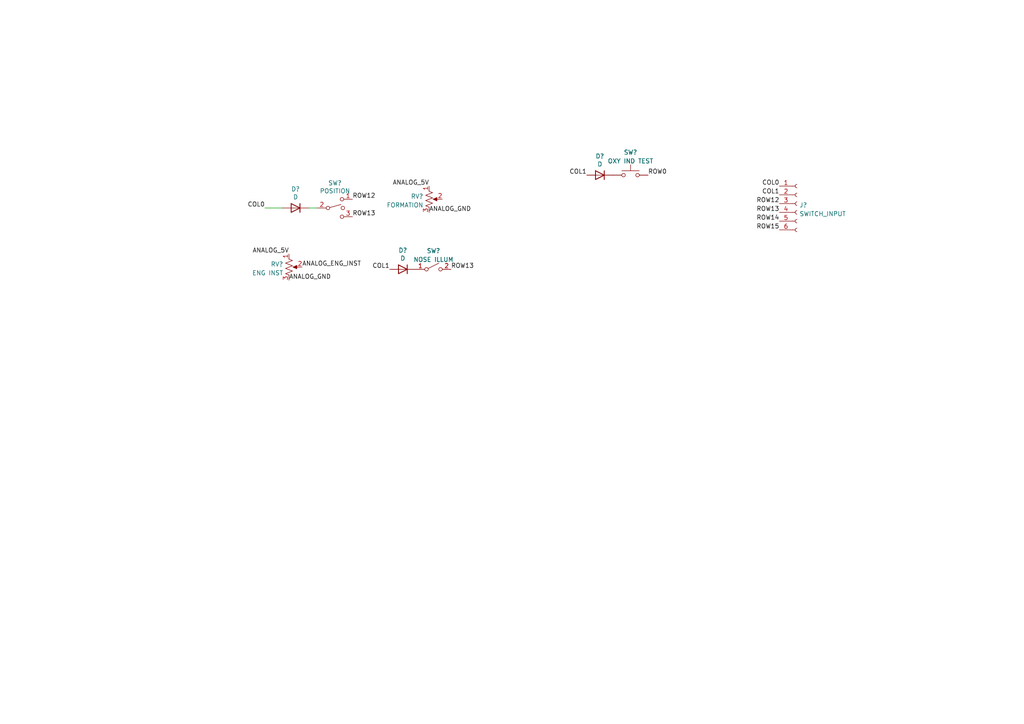
<source format=kicad_sch>
(kicad_sch (version 20211123) (generator eeschema)
  (paper "A4")
  (lib_symbols
    (symbol "Connector:Conn_01x06_Female" (pin_names (offset 1.016) hide)
      (property "Reference" "J" (at 0 7.62 0))
      (property "Value" "Conn_01x06_Female" (at 0 -10.16 0))
      (symbol "Conn_01x06_Female_1_1"
        (arc (start 0 -7.112) (mid -0.508 -7.62) (end 0 -8.128) (stroke (width 0.1524)))
        (arc (start 0 -4.572) (mid -0.508 -5.08) (end 0 -5.588) (stroke (width 0.1524)))
        (arc (start 0 -2.032) (mid -0.508 -2.54) (end 0 -3.048) (stroke (width 0.1524)))
        (polyline (pts (xy -1.27 -7.62) (xy -0.508 -7.62)) (stroke (width 0.1524)))
        (polyline (pts (xy -1.27 -5.08) (xy -0.508 -5.08)) (stroke (width 0.1524)))
        (polyline (pts (xy -1.27 -2.54) (xy -0.508 -2.54)) (stroke (width 0.1524)))
        (polyline (pts (xy -1.27 0) (xy -0.508 0)) (stroke (width 0.1524)))
        (polyline (pts (xy -1.27 2.54) (xy -0.508 2.54)) (stroke (width 0.1524)))
        (polyline (pts (xy -1.27 5.08) (xy -0.508 5.08)) (stroke (width 0.1524)))
        (arc (start 0 0.508) (mid -0.508 0) (end 0 -0.508) (stroke (width 0.1524)))
        (arc (start 0 3.048) (mid -0.508 2.54) (end 0 2.032) (stroke (width 0.1524)))
        (arc (start 0 5.588) (mid -0.508 5.08) (end 0 4.572) (stroke (width 0.1524)))
        (pin passive line (at -5.08 5.08 0) (length 3.81) (name "Pin_1") (number "1"))
        (pin passive line (at -5.08 2.54 0) (length 3.81) (name "Pin_2") (number "2"))
        (pin passive line (at -5.08 0 0) (length 3.81) (name "Pin_3") (number "3"))
        (pin passive line (at -5.08 -2.54 0) (length 3.81) (name "Pin_4") (number "4"))
        (pin passive line (at -5.08 -5.08 0) (length 3.81) (name "Pin_5") (number "5"))
        (pin passive line (at -5.08 -7.62 0) (length 3.81) (name "Pin_6") (number "6"))
      )
    )
    (symbol "Device:D" (pin_numbers hide) (pin_names (offset 1.016) hide)
      (property "Reference" "D" (at 0 2.54 0))
      (property "Value" "D" (at 0 -2.54 0))
      (symbol "D_0_1"
        (polyline (pts (xy -1.27 1.27) (xy -1.27 -1.27)) (stroke (width 0.254)))
        (polyline (pts (xy 1.27 0) (xy -1.27 0)))
        (polyline (pts (xy 1.27 1.27) (xy 1.27 -1.27) (xy -1.27 0) (xy 1.27 1.27)) (stroke (width 0.254)))
      )
      (symbol "D_1_1"
        (pin passive line (at -3.81 0 0) (length 2.54) (name "K") (number "1"))
        (pin passive line (at 3.81 0 180) (length 2.54) (name "A") (number "2"))
      )
    )
    (symbol "Device:R_Potentiometer_US" (pin_names (offset 1.016) hide)
      (property "Reference" "RV" (at -4.445 0 90))
      (property "Value" "R_Potentiometer_US" (at -2.54 0 90))
      (symbol "R_Potentiometer_US_0_1"
        (polyline (pts (xy 0 -2.286) (xy 0 -2.54)))
        (polyline (pts (xy 0 2.54) (xy 0 2.286)))
        (polyline (pts (xy 2.54 0) (xy 1.524 0)))
        (polyline (pts (xy 1.143 0) (xy 2.286 0.508) (xy 2.286 -0.508) (xy 1.143 0)) (fill (type outline)))
        (polyline (pts (xy 0 -0.762) (xy 1.016 -1.143) (xy 0 -1.524) (xy -1.016 -1.905) (xy 0 -2.286)))
        (polyline (pts (xy 0 0.762) (xy 1.016 0.381) (xy 0 0) (xy -1.016 -0.381) (xy 0 -0.762)))
        (polyline (pts (xy 0 2.286) (xy 1.016 1.905) (xy 0 1.524) (xy -1.016 1.143) (xy 0 0.762)))
      )
      (symbol "R_Potentiometer_US_1_1"
        (pin passive line (at 0 3.81 270) (length 1.27) (name "1") (number "1"))
        (pin passive line (at 3.81 0 180) (length 1.27) (name "2") (number "2"))
        (pin passive line (at 0 -3.81 90) (length 1.27) (name "3") (number "3"))
      )
    )
    (symbol "Switch:SW_Push" (pin_numbers hide) (pin_names (offset 1.016) hide)
      (property "Reference" "SW" (at 1.27 2.54 0))
      (property "Value" "SW_Push" (at 0 -1.524 0))
      (symbol "SW_Push_0_1"
        (circle (center -2.032 0) (radius 0.508))
        (polyline (pts (xy 0 1.27) (xy 0 3.048)))
        (polyline (pts (xy 2.54 1.27) (xy -2.54 1.27)))
        (circle (center 2.032 0) (radius 0.508))
        (pin passive line (at -5.08 0 0) (length 2.54) (name "1") (number "1"))
        (pin passive line (at 5.08 0 180) (length 2.54) (name "2") (number "2"))
      )
    )
    (symbol "Switch:SW_SPDT_MSM" (pin_names (offset 0) hide)
      (property "Reference" "SW" (at 0 5.08 0))
      (property "Value" "SW_SPDT_MSM" (at 0 -5.08 0))
      (symbol "SW_SPDT_MSM_0_0"
        (circle (center -2.032 0) (radius 0.508))
        (polyline (pts (xy -1.524 0.127) (xy 1.778 1.016)))
        (circle (center 2.032 -2.54) (radius 0.508))
      )
      (symbol "SW_SPDT_MSM_0_1"
        (circle (center 2.032 2.54) (radius 0.508))
        (circle (center 2.286 0) (radius 0.508))
      )
      (symbol "SW_SPDT_MSM_1_1"
        (pin passive line (at 5.08 2.54 180) (length 2.54) (name "1") (number "1"))
        (pin passive line (at -5.08 0 0) (length 2.54) (name "2") (number "2"))
        (pin passive line (at 5.08 -2.54 180) (length 2.54) (name "3") (number "3"))
      )
    )
    (symbol "Switch:SW_SPST" (pin_names (offset 0) hide)
      (property "Reference" "SW" (at 0 3.175 0))
      (property "Value" "SW_SPST" (at 0 -2.54 0))
      (symbol "SW_SPST_0_0"
        (circle (center -2.032 0) (radius 0.508))
        (polyline (pts (xy -1.524 0.254) (xy 1.524 1.778)))
        (circle (center 2.032 0) (radius 0.508))
      )
      (symbol "SW_SPST_1_1"
        (pin passive line (at -5.08 0 0) (length 2.54) (name "A") (number "1"))
        (pin passive line (at 5.08 0 180) (length 2.54) (name "B") (number "2"))
      )
    )
  )
  (wire (pts (xy 81.915 60.325) (xy 76.835 60.325)))
  (wire (pts (xy 89.535 60.325) (xy 92.075 60.325)))
  (label "ANALOG_ENG_INST" (at 87.63 77.47 0))
  (label "COL1" (at 226.06 56.515 180))
  (label "ROW13" (at 226.06 61.595 180))
  (label "COL1" (at 113.03 78.105 180))
  (label "ROW14" (at 226.06 64.135 180))
  (label "COL1" (at 170.18 50.8 180))
  (label "ANALOG_5V" (at 83.82 73.66 180))
  (label "COL0" (at 226.06 53.975 180))
  (label "ANALOG_GND" (at 124.46 61.595 0))
  (label "COL0" (at 76.835 60.325 180))
  (label "ROW13" (at 130.81 78.105 0))
  (label "ROW13" (at 102.235 62.865 0))
  (label "ROW12" (at 102.235 57.785 0))
  (label "ROW15" (at 226.06 66.675 180))
  (label "ANALOG_GND" (at 83.82 81.28 0))
  (label "ROW0" (at 187.96 50.8 0))
  (label "ROW12" (at 226.06 59.055 180))
  (label "ANALOG_5V" (at 124.46 53.975 180))
  (symbol (lib_id "Switch:SW_SPDT_MSM") (at 97.155 60.325 0) (unit 1)
    (property "Reference" "SW?" (at 97.155 53.086 0))
    (property "Value" "POSITION" (at 97.155 55.3974 0))
    (property "Footprint" "PT_Library_v001:Molex_1x03_P2.54mm_Vertical" (effects hide))
  )
  (symbol (lib_id "Device:D") (at 85.725 60.325 0) (mirror y) (unit 1)
    (property "Reference" "D?" (at 85.725 54.8386 0))
    (property "Value" "D" (at 85.725 57.15 0))
    (property "Footprint" "PT_Library_v001:D_Signal_P7.62mm_Horizontal" (effects hide))
  )
  (symbol (lib_id "Switch:SW_Push") (at 182.88 50.8 0) (unit 1)
    (property "Reference" "SW?" (at 182.88 44.1792 0))
    (property "Value" "OXY IND TEST" (at 182.88 46.7161 0))
    (property "Footprint" "Connector_Molex:Molex_KK-254_AE-6410-02A_1x02_P2.54mm_Vertical" (effects hide))
  )
  (symbol (lib_id "Device:R_Potentiometer_US") (at 83.82 77.47 0) (unit 1)
    (property "Reference" "RV?" (at 82.1691 76.6353 0) (effects (justify right)))
    (property "Value" "ENG INST" (at 82.1691 79.1722 0) (effects (justify right)))
  )
  (symbol (lib_id "Device:D") (at 116.84 78.105 0) (mirror y) (unit 1)
    (property "Reference" "D?" (at 116.84 72.6186 0))
    (property "Value" "D" (at 116.84 74.93 0))
    (property "Footprint" "PT_Library_v001:D_Signal_P7.62mm_Horizontal" (effects hide))
  )
  (symbol (lib_id "Device:R_Potentiometer_US") (at 124.46 57.785 0) (unit 1)
    (property "Reference" "RV?" (at 122.809 56.9503 0) (effects (justify right)))
    (property "Value" "FORMATION" (at 122.809 59.4872 0) (effects (justify right)))
  )
  (symbol (lib_id "Device:D") (at 173.99 50.8 0) (mirror y) (unit 1)
    (property "Reference" "D?" (at 173.99 45.3136 0))
    (property "Value" "D" (at 173.99 47.625 0))
    (property "Footprint" "Diode_THT:D_A-405_P7.62mm_Horizontal" (effects hide))
  )
  (symbol (lib_id "Connector:Conn_01x06_Female") (at 231.14 59.055 0) (unit 1)
    (property "Reference" "J?" (at 231.8512 59.4903 0) (effects (justify left)))
    (property "Value" "SWITCH_INPUT" (at 231.8512 62.0272 0) (effects (justify left)))
  )
  (symbol (lib_id "Switch:SW_SPST") (at 125.73 78.105 0) (unit 1)
    (property "Reference" "SW?" (at 125.73 72.7542 0))
    (property "Value" "NOSE ILLUM" (at 125.73 75.2911 0))
  )
)
</source>
